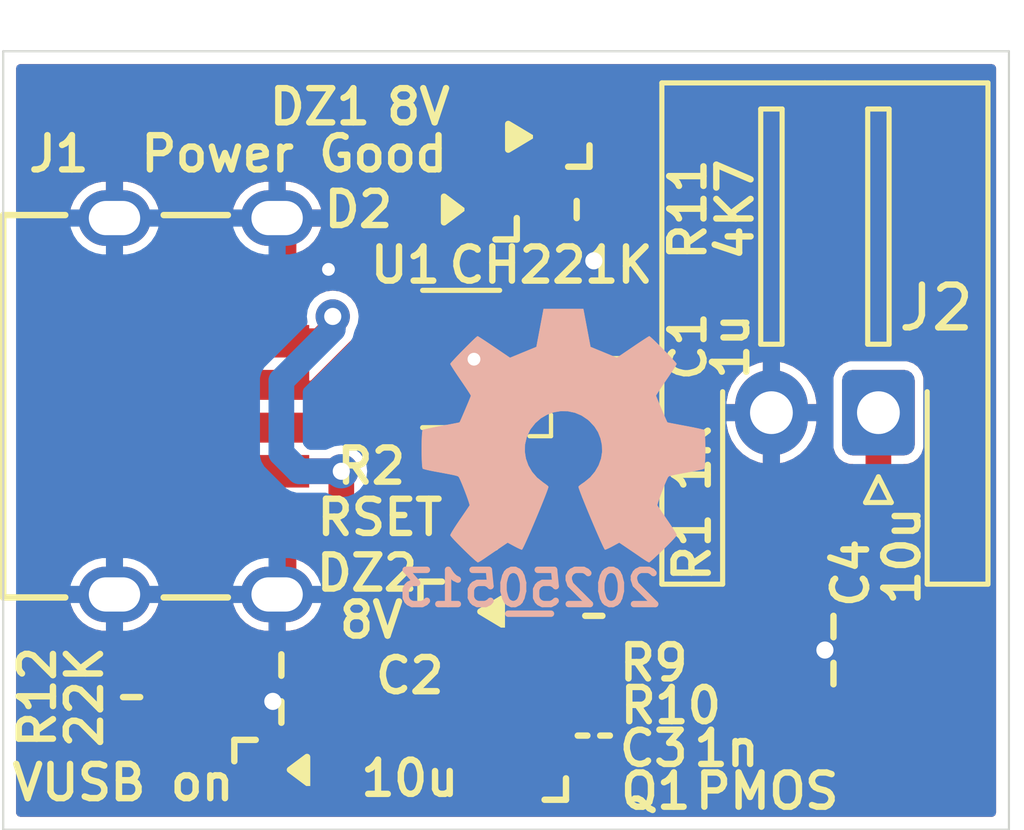
<source format=kicad_pcb>
(kicad_pcb (version 20240108) (generator "pcbnew") (generator_version "8.0")
  (layers (0 "F.Cu" mixed) (31 "B.Cu" mixed) (34 "B.Paste" user) (35 "F.Paste" user) (36 "B.SilkS" user "B.Silkscreen") (37 "F.SilkS" user "F.Silkscreen") (38 "B.Mask" user) (39 "F.Mask" user) (44 "Edge.Cuts" user))
  (net 0 "")
  (net 1 "GND")
  (net 2 "/VDD")
  (net 3 "/VBUS")
  (net 4 "Net-(DZ2-A)")
  (net 5 "/VOUT")
  (net 6 "/PG")
  (net 7 "Net-(DZ1-K)")
  (net 8 "Net-(D2-K)")
  (net 9 "Net-(D3-K)")
  (net 10 "/CC2")
  (net 11 "/CC1")
  (net 12 "Net-(U1-CFG)")
  (footprint "SquantorDiodes:SOD-323-nexperia-hand" (layer "F.Cu") (at 100.15 56.2)
    (property "Reference" "DZ2" (at -2.95 -0.9 0) (layer "F.SilkS") (effects (font (size 0.8 0.8))))
    (property "Value" "8V" (at -2.85 0.2 0) (layer "F.SilkS") (effects (font (size 0.8 0.8))))
    (fp_line (start -1.7 -0.7) (end -1.7 -0.2) (stroke (width 0.15)) (layer "F.SilkS"))
    (fp_line (start -1.7 -0.7) (end -1.2 -0.7) (stroke (width 0.15)) (layer "F.SilkS"))
    (fp_poly (pts (xy -0.3 0) (xy 0.2 -0.3) (xy 0.2 0.3)) (stroke (width 0.15)) (fill solid) (layer "F.SilkS"))
    (pad "1" smd roundrect (at -1.05 0) (size 0.8 0.8) (layers "F.Cu" "F.Paste" "F.Mask") (roundrect_rratio 0.2) (net 3 "/VBUS"))
    (pad "2" smd roundrect (at 1.05 0) (size 0.8 0.8) (layers "F.Cu" "F.Paste" "F.Mask") (roundrect_rratio 0.2) (net 4 "Net-(DZ2-A)"))
  )
  (footprint "SquantorResistor:R_0603_hand" (layer "F.Cu") (at 91.7 58.2 90)
    (property "Reference" "R12" (at 0 -2.2 90) (layer "F.SilkS") (effects (font (size 0.8 0.8))))
    (property "Value" "22K" (at 0 -1.1 90) (layer "F.SilkS") (effects (font (size 0.8 0.8))))
    (fp_line (start 0 -0.2) (end 0 0.2) (stroke (width 0.15)) (layer "F.SilkS"))
    (pad "1" smd roundrect (at -0.85 0 90) (size 0.7 0.9) (layers "F.Cu" "F.Paste" "F.Mask") (roundrect_rratio 0.1428571429) (net 9 "Net-(D3-K)"))
    (pad "2" smd roundrect (at 0.85 0 90) (size 0.7 0.9) (layers "F.Cu" "F.Paste" "F.Mask") (roundrect_rratio 0.1428571429) (net 1 "GND"))
  )
  (footprint "SquantorCapacitor:C_0805+0603" (layer "F.Cu") (at 102.5 50.3 -90)
    (property "Reference" "C1" (at -0.3 -2.2 90) (layer "F.SilkS") (effects (font (size 0.8 0.8))))
    (property "Value" "1u" (at -0.3 -3.2 90) (layer "F.SilkS") (effects (font (size 0.8 0.8))))
    (fp_line (start 0 0.6) (end 0 0.2) (stroke (width 0.15)) (layer "F.SilkS"))
    (fp_line (start 0 -0.6) (end 0 -0.2) (stroke (width 0.15)) (layer "F.SilkS"))
    (pad "1" smd roundrect (at -0.925 0 270) (size 1.15 1.35) (layers "F.Cu" "F.Paste" "F.Mask") (roundrect_rratio 0.2) (net 1 "GND"))
    (pad "2" smd roundrect (at 0.925 0 270) (size 1.15 1.35) (layers "F.Cu" "F.Paste" "F.Mask") (roundrect_rratio 0.2) (net 2 "/VDD"))
  )
  (footprint "SquantorDiodes:SOD-323-nexperia-hand" (layer "F.Cu") (at 100.7 45.1 180)
    (property "Reference" "DZ1" (at 4.6 0.7 0) (layer "F.SilkS") (effects (font (size 0.8 0.8))))
    (property "Value" "8V" (at 2.3 0.7 0) (layer "F.SilkS") (effects (font (size 0.8 0.8))))
    (fp_line (start -1.7 -0.7) (end -1.2 -0.7) (stroke (width 0.15)) (layer "F.SilkS"))
    (fp_line (start -1.7 -0.7) (end -1.7 -0.2) (stroke (width 0.15)) (layer "F.SilkS"))
    (fp_poly (pts (xy -0.3 0) (xy 0.2 -0.3) (xy 0.2 0.3)) (stroke (width 0.15)) (fill solid) (layer "F.SilkS"))
    (pad "1" smd roundrect (at -1.05 0 180) (size 0.8 0.8) (layers "F.Cu" "F.Paste" "F.Mask") (roundrect_rratio 0.2) (net 7 "Net-(DZ1-K)"))
    (pad "2" smd roundrect (at 1.05 0 180) (size 0.8 0.8) (layers "F.Cu" "F.Paste" "F.Mask") (roundrect_rratio 0.2) (net 6 "/PG"))
  )
  (footprint "SquantorCapacitor:C_0603" (layer "F.Cu") (at 102.5 59.1 90)
    (property "Reference" "C3" (at -0.3 1.4 180) (layer "F.SilkS") (effects (font (size 0.8 0.8))))
    (property "Value" "1n" (at -0.3 3.1 180) (layer "F.SilkS") (effects (font (size 0.8 0.8))))
    (fp_line (start 0 -0.15) (end 0 -0.375) (stroke (width 0.15)) (layer "F.SilkS"))
    (fp_line (start 0 0.375) (end 0 0.15) (stroke (width 0.15)) (layer "F.SilkS"))
    (pad "1" smd roundrect (at -0.75 0 90) (size 0.8 0.9) (layers "F.Cu" "F.Paste" "F.Mask") (roundrect_rratio 0.125) (net 5 "/VOUT"))
    (pad "2" smd roundrect (at 0.75 0 90) (size 0.8 0.9) (layers "F.Cu" "F.Paste" "F.Mask") (roundrect_rratio 0.125) (net 4 "Net-(DZ2-A)"))
  )
  (footprint "SquantorDiodes:LED_0603_hand" (layer "F.Cu") (at 99.2 46.8 180)
    (property "Reference" "D2" (at 2.2 0 180) (layer "F.SilkS") (effects (font (size 0.8 0.8))))
    (property "Value" "Power Good" (at 3.7 1.3 0) (layer "F.SilkS") (effects (font (size 0.8 0.8))))
    (fp_line (start -1.5 -0.7) (end -1 -0.7) (stroke (width 0.15)) (layer "F.SilkS"))
    (fp_line (start -1.5 -0.7) (end -1.5 -0.2) (stroke (width 0.15)) (layer "F.SilkS"))
    (fp_poly (pts (xy -0.2 0) (xy 0.2 -0.3) (xy 0.2 0.3)) (stroke (width 0.15)) (fill solid) (layer "F.SilkS"))
    (pad "1" smd roundrect (at -0.85 0 180) (size 0.7 0.9) (layers "F.Cu" "F.Paste" "F.Mask") (roundrect_rratio 0.2) (net 8 "Net-(D2-K)"))
    (pad "2" smd roundrect (at 0.85 0 180) (size 0.7 0.9) (layers "F.Cu" "F.Paste" "F.Mask") (roundrect_rratio 0.2) (net 6 "/PG"))
  )
  (footprint "Connector_JST:JST_XH_S2B-XH-A-1_1x02_P2.50mm_Horizontal" (layer "F.Cu") (at 109.15 51.55 180)
    (property "Reference" "J2" (at -1.35 2.45 0) (layer "F.SilkS"))
    (property "Value" "Conn_01x02")
    (fp_line (start 5.06 7.71) (end 5.06 -4.01) (stroke (width 0.12)) (layer "F.SilkS"))
    (fp_line (start 5.06 -4.01) (end 3.64 -4.01) (stroke (width 0.12)) (layer "F.SilkS"))
    (fp_line (start 3.64 -4.01) (end 3.64 0.49) (stroke (width 0.12)) (layer "F.SilkS"))
    (fp_line (start 2.75 7.1) (end 2.75 1.6) (stroke (width 0.12)) (layer "F.SilkS"))
    (fp_line (start 2.75 1.6) (end 2.25 1.6) (stroke (width 0.12)) (layer "F.SilkS"))
    (fp_line (start 2.25 7.1) (end 2.75 7.1) (stroke (width 0.12)) (layer "F.SilkS"))
    (fp_line (start 2.25 1.6) (end 2.25 7.1) (stroke (width 0.12)) (layer "F.SilkS"))
    (fp_line (start 1.25 7.71) (end 5.06 7.71) (stroke (width 0.12)) (layer "F.SilkS"))
    (fp_line (start 1.25 7.71) (end -2.56 7.71) (stroke (width 0.12)) (layer "F.SilkS"))
    (fp_line (start 0.3 -2.1) (end 0 -1.5) (stroke (width 0.12)) (layer "F.SilkS"))
    (fp_line (start 0.25 7.1) (end 0.25 1.6) (stroke (width 0.12)) (layer "F.SilkS"))
    (fp_line (start 0.25 1.6) (end -0.25 1.6) (stroke (width 0.12)) (layer "F.SilkS"))
    (fp_line (start 0 -1.5) (end -0.3 -2.1) (stroke (width 0.12)) (layer "F.SilkS"))
    (fp_line (start -0.25 7.1) (end 0.25 7.1) (stroke (width 0.12)) (layer "F.SilkS"))
    (fp_line (start -0.25 1.6) (end -0.25 7.1) (stroke (width 0.12)) (layer "F.SilkS"))
    (fp_line (start -0.3 -2.1) (end 0.3 -2.1) (stroke (width 0.12)) (layer "F.SilkS"))
    (fp_line (start -1.14 -4.01) (end -1.14 0.49) (stroke (width 0.12)) (layer "F.SilkS"))
    (fp_line (start -2.56 7.71) (end -2.56 -4.01) (stroke (width 0.12)) (layer "F.SilkS"))
    (fp_line (start -2.56 -4.01) (end -1.14 -4.01) (stroke (width 0.12)) (layer "F.SilkS"))
    (pad "1" thru_hole roundrect (at 0 0 180) (size 1.7 2) (drill 1) (layers "*.Cu" "*.Mask" "In1.Cu" "In2.Cu" "In3.Cu" "In4.Cu" "In5.Cu" "In6.Cu" "In7.Cu" "In8.Cu" "In9.Cu" "In10.Cu" "In11.Cu" "In12.Cu" "In13.Cu" "In14.Cu" "In15.Cu" "In16.Cu" "In17.Cu" "In18.Cu" "In19.Cu" "In20.Cu" "In21.Cu" "In22.Cu" "In23.Cu" "In24.Cu" "In25.Cu" "In26.Cu" "In27.Cu" "In28.Cu" "In29.Cu" "In30.Cu") (roundrect_rratio 0.147059) (net 5 "/VOUT"))
    (pad "2" thru_hole oval (at 2.5 0 180) (size 1.7 2) (drill 1) (layers "*.Cu" "*.Mask" "In1.Cu" "In2.Cu" "In3.Cu" "In4.Cu" "In5.Cu" "In6.Cu" "In7.Cu" "In8.Cu" "In9.Cu" "In10.Cu" "In11.Cu" "In12.Cu" "In13.Cu" "In14.Cu" "In15.Cu" "In16.Cu" "In17.Cu" "In18.Cu" "In19.Cu" "In20.Cu" "In21.Cu" "In22.Cu" "In23.Cu" "In24.Cu" "In25.Cu" "In26.Cu" "In27.Cu" "In28.Cu" "In29.Cu" "In30.Cu") (net 1 "GND"))
  )
  (footprint "SquantorCapacitor:C_1206_0805" (layer "F.Cu") (at 95.2 58 180)
    (property "Reference" "C2" (at -3 0.3 0) (layer "F.SilkS") (effects (font (size 0.8 0.8))))
    (property "Value" "10u" (at -3 -2.1 0) (layer "F.SilkS") (effects (font (size 0.8 0.8))))
    (fp_line (start 0 0.8) (end 0 0.3) (stroke (width 0.15)) (layer "F.SilkS"))
    (fp_line (start 0 -0.8) (end 0 -0.3) (stroke (width 0.15)) (layer "F.SilkS"))
    (pad "1" smd roundrect (at -1.25 0 180) (size 1.5 1.6) (layers "F.Cu" "F.Paste" "F.Mask") (net 3 "/VBUS"))
    (pad "2" smd roundrect (at 1.25 0 180) (size 1.5 1.6) (layers "F.Cu" "F.Paste" "F.Mask") (net 1 "GND"))
  )
  (footprint "SquantorResistor:R_0603_hand" (layer "F.Cu") (at 100.2 54.5 180)
    (property "Reference" "R9" (at -3.7 -2.9 180) (layer "F.SilkS") (effects (font (size 0.8 0.8))))
    (property "Value" "PU")
    (fp_line (start 0 -0.2) (end 0 0.2) (stroke (width 0.15)) (layer "F.SilkS"))
    (pad "1" smd roundrect (at -0.85 0 180) (size 0.7 0.9) (layers "F.Cu" "F.Paste" "F.Mask") (roundrect_rratio 0.1428571429) (net 4 "Net-(DZ2-A)"))
    (pad "2" smd roundrect (at 0.85 0 180) (size 0.7 0.9) (layers "F.Cu" "F.Paste" "F.Mask") (roundrect_rratio 0.1428571429) (net 3 "/VBUS"))
  )
  (footprint "SquantorResistor:R_0603_hand" (layer "F.Cu") (at 102.5 56.3 -90)
    (property "Reference" "R10" (at 2.1 -1.8 0) (layer "F.SilkS") (effects (font (size 0.8 0.8))))
    (property "Value" "PD")
    (fp_line (start 0 -0.2) (end 0 0.2) (stroke (width 0.15)) (layer "F.SilkS"))
    (pad "1" smd roundrect (at -0.85 0 270) (size 0.7 0.9) (layers "F.Cu" "F.Paste" "F.Mask") (roundrect_rratio 0.1428571429) (net 7 "Net-(DZ1-K)"))
    (pad "2" smd roundrect (at 0.85 0 270) (size 0.7 0.9) (layers "F.Cu" "F.Paste" "F.Mask") (roundrect_rratio 0.1428571429) (net 4 "Net-(DZ2-A)"))
  )
  (footprint "SquantorCapacitor:C_1206_0805" (layer "F.Cu") (at 108.1 57.1 180)
    (property "Reference" "C4" (at -0.4 1.8 -90) (layer "F.SilkS") (effects (font (size 0.8 0.8))))
    (property "Value" "10u" (at -1.6 2.2 90) (layer "F.SilkS") (effects (font (size 0.8 0.8))))
    (fp_line (start 0 0.8) (end 0 0.3) (stroke (width 0.15)) (layer "F.SilkS"))
    (fp_line (start 0 -0.8) (end 0 -0.3) (stroke (width 0.15)) (layer "F.SilkS"))
    (pad "1" smd roundrect (at -1.25 0 180) (size 1.5 1.6) (layers "F.Cu" "F.Paste" "F.Mask") (net 5 "/VOUT"))
    (pad "2" smd roundrect (at 1.25 0 180) (size 1.5 1.6) (layers "F.Cu" "F.Paste" "F.Mask") (net 1 "GND"))
  )
  (footprint "SquantorUsb:USB-C-HRO-31-M-17_aisler" (layer "F.Cu") (at 95.25 51.4 -90)
    (property "Reference" "J1" (at -5.9 5.25 180) (layer "F.SilkS") (effects (font (size 0.8 0.8))))
    (property "Value" "USB-C_PD")
    (fp_line (start -4.47 6.55) (end 4.47 6.55) (stroke (width 0.15)) (layer "F.SilkS"))
    (fp_line (start -4.47 6.55) (end -4.47 5.1) (stroke (width 0.15)) (layer "F.SilkS"))
    (fp_line (start 4.47 6.55) (end 4.47 5.1) (stroke (width 0.15)) (layer "F.SilkS"))
    (fp_line (start -4.47 2.8) (end -4.47 1.3) (stroke (width 0.15)) (layer "F.SilkS"))
    (fp_line (start 4.47 2.8) (end 4.47 1.3) (stroke (width 0.15)) (layer "F.SilkS"))
    (pad "A5" smd rect (at -0.5 0 270) (size 0.7 1.2) (layers "F.Cu" "F.Paste" "F.Mask") (net 11 "/CC1"))
    (pad "A9" smd rect (at 1.52 0 270) (size 0.76 1.2) (layers "F.Cu" "F.Paste" "F.Mask") (net 3 "/VBUS"))
    (pad "A12" smd rect (at 2.75 0 270) (size 0.8 1.2) (layers "F.Cu" "F.Paste" "F.Mask") (net 1 "GND"))
    (pad "B5" smd rect (at 0.5 0 270) (size 0.7 1.2) (layers "F.Cu" "F.Paste" "F.Mask") (net 10 "/CC2"))
    (pad "B9" smd rect (at -1.52 0 270) (size 0.76 1.2) (layers "F.Cu" "F.Paste" "F.Mask") (net 3 "/VBUS"))
    (pad "B12" smd rect (at -2.75 0 270) (size 0.8 1.2) (layers "F.Cu" "F.Paste" "F.Mask") (net 1 "GND"))
    (pad "S" thru_hole oval (at -4.4 0.15 270) (size 1.3 1.7) (drill oval 0.8 1.2) (layers "*.Cu" "*.Mask" "In1.Cu" "In2.Cu" "In3.Cu" "In4.Cu" "In5.Cu" "In6.Cu" "In7.Cu" "In8.Cu" "In9.Cu" "In10.Cu" "In11.Cu" "In12.Cu" "In13.Cu" "In14.Cu" "In15.Cu" "In16.Cu" "In17.Cu" "In18.Cu" "In19.Cu" "In20.Cu" "In21.Cu" "In22.Cu" "In23.Cu" "In24.Cu" "In25.Cu" "In26.Cu" "In27.Cu" "In28.Cu" "In29.Cu" "In30.Cu") (net 1 "GND"))
    (pad "S" thru_hole oval (at -4.4 3.95 270) (size 1.3 1.7) (drill oval 0.8 1.2) (layers "*.Cu" "*.Mask" "In1.Cu" "In2.Cu" "In3.Cu" "In4.Cu" "In5.Cu" "In6.Cu" "In7.Cu" "In8.Cu" "In9.Cu" "In10.Cu" "In11.Cu" "In12.Cu" "In13.Cu" "In14.Cu" "In15.Cu" "In16.Cu" "In17.Cu" "In18.Cu" "In19.Cu" "In20.Cu" "In21.Cu" "In22.Cu" "In23.Cu" "In24.Cu" "In25.Cu" "In26.Cu" "In27.Cu" "In28.Cu" "In29.Cu" "In30.Cu") (net 1 "GND"))
    (pad "S" thru_hole oval (at 4.4 0.15 270) (size 1.3 1.7) (drill oval 0.8 1.2) (layers "*.Cu" "*.Mask" "In1.Cu" "In2.Cu" "In3.Cu" "In4.Cu" "In5.Cu" "In6.Cu" "In7.Cu" "In8.Cu" "In9.Cu" "In10.Cu" "In11.Cu" "In12.Cu" "In13.Cu" "In14.Cu" "In15.Cu" "In16.Cu" "In17.Cu" "In18.Cu" "In19.Cu" "In20.Cu" "In21.Cu" "In22.Cu" "In23.Cu" "In24.Cu" "In25.Cu" "In26.Cu" "In27.Cu" "In28.Cu" "In29.Cu" "In30.Cu") (net 1 "GND"))
    (pad "S" thru_hole oval (at 4.4 3.95 270) (size 1.3 1.7) (drill oval 0.8 1.2) (layers "*.Cu" "*.Mask" "In1.Cu" "In2.Cu" "In3.Cu" "In4.Cu" "In5.Cu" "In6.Cu" "In7.Cu" "In8.Cu" "In9.Cu" "In10.Cu" "In11.Cu" "In12.Cu" "In13.Cu" "In14.Cu" "In15.Cu" "In16.Cu" "In17.Cu" "In18.Cu" "In19.Cu" "In20.Cu" "In21.Cu" "In22.Cu" "In23.Cu" "In24.Cu" "In25.Cu" "In26.Cu" "In27.Cu" "In28.Cu" "In29.Cu" "In30.Cu") (net 1 "GND"))
  )
  (footprint "SquantorDiodes:LED_0603_hand" (layer "F.Cu") (at 95.6 59.9)
    (property "Reference" "D3")
    (property "Value" "VUSB on" (at -4.1 0.3 0) (layer "F.SilkS") (effects (font (size 0.8 0.8))))
    (fp_line (start -1.5 -0.7) (end -1.5 -0.2) (stroke (width 0.15)) (layer "F.SilkS"))
    (fp_line (start -1.5 -0.7) (end -1 -0.7) (stroke (width 0.15)) (layer "F.SilkS"))
    (fp_poly (pts (xy -0.2 0) (xy 0.2 -0.3) (xy 0.2 0.3)) (stroke (width 0.15)) (fill solid) (layer "F.SilkS"))
    (pad "1" smd roundrect (at -0.85 0) (size 0.7 0.9) (layers "F.Cu" "F.Paste" "F.Mask") (roundrect_rratio 0.2) (net 9 "Net-(D3-K)"))
    (pad "2" smd roundrect (at 0.85 0) (size 0.7 0.9) (layers "F.Cu" "F.Paste" "F.Mask") (roundrect_rratio 0.2) (net 3 "/VBUS"))
  )
  (footprint "SquantorIC:SOT23-3" (layer "F.Cu") (at 100.05 58.9 180)
    (property "Reference" "Q1" (at -3.9 -1.5 0) (layer "F.SilkS") (effects (font (size 0.8 0.8))))
    (property "Value" "PMOS" (at -6.5 -1.5 0) (layer "F.SilkS") (effects (font (size 0.8 0.8))))
    (fp_line (start -1.3 -1.7) (end -1.8 -1.7) (stroke (width 0.1)) (layer "F.SilkS"))
    (fp_line (start -1.8 -1.7) (end -1.3 -1.7) (stroke (width 0.15)) (layer "F.SilkS"))
    (fp_line (start -1.8 -1.7) (end -1.8 -1.2) (stroke (width 0.15)) (layer "F.SilkS"))
    (pad "1" smd roundrect (at -1 -0.95 90) (size 0.8 0.9) (layers "F.Cu" "F.Paste" "F.Mask") (roundrect_rratio 0.2) (net 5 "/VOUT"))
    (pad "2" smd roundrect (at -1 0.95 90) (size 0.8 0.9) (layers "F.Cu" "F.Paste" "F.Mask") (roundrect_rratio 0.2) (net 4 "Net-(DZ2-A)"))
    (pad "3" smd roundrect (at 1 0 90) (size 0.8 0.9) (layers "F.Cu" "F.Paste" "F.Mask") (roundrect_rratio 0.2) (net 3 "/VBUS"))
  )
  (footprint "SquantorIC:SOT23-6-HAND" (layer "F.Cu") (at 99.4 50.3 180)
    (property "Reference" "U1" (at 1.3 2.2 0) (layer "F.SilkS") (effects (font (size 0.8 0.8))))
    (property "Value" "CH221K" (at -2.1 2.2 0) (layer "F.SilkS") (effects (font (size 0.8 0.8))))
    (fp_line (start 0.9 -1.6) (end -0.9 -1.6) (stroke (width 0.12)) (layer "F.SilkS"))
    (fp_line (start -0.9 1.61) (end 0.9 1.61) (stroke (width 0.12)) (layer "F.SilkS"))
    (fp_line (start -2.1 -1.8) (end -1.6 -1.8) (stroke (width 0.1)) (layer "F.SilkS"))
    (fp_line (start -2.1 -1.8) (end -2.1 -1.3) (stroke (width 0.1)) (layer "F.SilkS"))
    (pad "1" smd roundrect (at -1.2 -0.95 180) (size 1.2 0.65) (layers "F.Cu" "F.Paste" "F.Mask") (roundrect_rratio 0.2) (net 2 "/VDD"))
    (pad "2" smd roundrect (at -1.2 0 180) (size 1.2 0.65) (layers "F.Cu" "F.Paste" "F.Mask") (roundrect_rratio 0.2) (net 1 "GND"))
    (pad "3" smd roundrect (at -1.2 0.95 180) (size 1.2 0.65) (layers "F.Cu" "F.Paste" "F.Mask") (roundrect_rratio 0.2) (net 6 "/PG"))
    (pad "4" smd roundrect (at 1.2 0.95 180) (size 1.2 0.65) (layers "F.Cu" "F.Paste" "F.Mask") (roundrect_rratio 0.2) (net 11 "/CC1"))
    (pad "5" smd roundrect (at 1.2 0 180) (size 1.2 0.65) (layers "F.Cu" "F.Paste" "F.Mask") (roundrect_rratio 0.2) (net 10 "/CC2"))
    (pad "6" smd roundrect (at 1.2 -0.95 180) (size 1.2 0.65) (layers "F.Cu" "F.Paste" "F.Mask") (roundrect_rratio 0.2) (net 12 "Net-(U1-CFG)"))
  )
  (footprint "SquantorResistor:R_0603_hand" (layer "F.Cu") (at 102.5 53.5 90)
    (property "Reference" "R1" (at -1.2 2.3 90) (layer "F.SilkS") (effects (font (size 0.8 0.8))))
    (property "Value" "1K" (at 0.9 2.3 90) (layer "F.SilkS") (effects (font (size 0.8 0.8))))
    (fp_line (start 0 -0.2) (end 0 0.2) (stroke (width 0.15)) (layer "F.SilkS"))
    (pad "1" smd roundrect (at -0.85 0 90) (size 0.7 0.9) (layers "F.Cu" "F.Paste" "F.Mask") (roundrect_rratio 0.1428571429) (net 3 "/VBUS"))
    (pad "2" smd roundrect (at 0.85 0 90) (size 0.7 0.9) (layers "F.Cu" "F.Paste" "F.Mask") (roundrect_rratio 0.1428571429) (net 2 "/VDD"))
  )
  (footprint "SquantorResistor:R_0603_hand" (layer "F.Cu") (at 99.4 52.8)
    (property "Reference" "R2" (at -2.1 0 0) (layer "F.SilkS") (effects (font (size 0.8 0.8))))
    (property "Value" "RSET" (at -1.9 1.2 0) (layer "F.SilkS") (effects (font (size 0.8 0.8))))
    (fp_line (start 0 -0.2) (end 0 0.2) (stroke (width 0.15)) (layer "F.SilkS"))
    (pad "1" smd roundrect (at -0.85 0) (size 0.7 0.9) (layers "F.Cu" "F.Paste" "F.Mask") (roundrect_rratio 0.1428571429) (net 12 "Net-(U1-CFG)"))
    (pad "2" smd roundrect (at 0.85 0) (size 0.7 0.9) (layers "F.Cu" "F.Paste" "F.Mask") (roundrect_rratio 0.1428571429) (net 2 "/VDD"))
  )
  (footprint "SquantorResistor:R_0603_hand" (layer "F.Cu") (at 102.1 46.8 180)
    (property "Reference" "R11" (at -2.6 0 90) (layer "F.SilkS") (effects (font (size 0.8 0.8))))
    (property "Value" "4K7" (at -3.7 0 90) (layer "F.SilkS") (effects (font (size 0.8 0.8))))
    (fp_line (start 0 -0.2) (end 0 0.2) (stroke (width 0.15)) (layer "F.SilkS"))
    (pad "1" smd roundrect (at -0.85 0 180) (size 0.7 0.9) (layers "F.Cu" "F.Paste" "F.Mask") (roundrect_rratio 0.1428571429) (net 2 "/VDD"))
    (pad "2" smd roundrect (at 0.85 0 180) (size 0.7 0.9) (layers "F.Cu" "F.Paste" "F.Mask") (roundrect_rratio 0.1428571429) (net 8 "Net-(D2-K)"))
  )
  (footprint "SquantorLabels:Label_Generic" (layer "B.Cu") (at 101 55.65 180)
    (property "Reference" "N1" (hide yes))
    (property "Value" "20250513" (at 0 -0.0125 0) (layer "B.SilkS") (effects (font (size 0.8 0.8)) (justify mirror)))
    (fp_line (start 0.5 -0.6) (end -0.5 -0.6) (stroke (width 0.15)) (layer "B.SilkS"))
  )
  (footprint "Symbol:OSHW-Symbol_6.7x6mm_SilkScreen" (layer "B.Cu") (at 101.8 52.1 180)
    (property "Reference" "N2" (hide yes))
    (property "Value" "OHWLOGO" (hide yes))
    (fp_poly (pts (xy 0.555814 2.531069) (xy 0.639635 2.086445) (xy 0.94892 1.958947) (xy 1.258206 1.831449) (xy 1.629246 2.083754) (xy 1.733157 2.154004) (xy 1.827087 2.216728) (xy 1.906652 2.269062) (xy 1.96747 2.308143) (xy 2.005157 2.331107) (xy 2.015421 2.336058) (xy 2.03391 2.323324) (xy 2.07342 2.288118) (xy 2.129522 2.234938) (xy 2.197787 2.168282) (xy 2.273786 2.092646) (xy 2.353092 2.012528) (xy 2.431275 1.932426) (xy 2.503907 1.856836) (xy 2.566559 1.790255) (xy 2.614803 1.737182) (xy 2.64421 1.702113) (xy 2.651241 1.690377) (xy 2.641123 1.66874) (xy 2.612759 1.621338) (xy 2.569129 1.552807) (xy 2.513218 1.467785) (xy 2.448006 1.370907) (xy 2.410219 1.31565) (xy 2.341343 1.214752) (xy 2.28014 1.123701) (xy 2.229578 1.04703) (xy 2.192628 0.989272) (xy 2.172258 0.954957) (xy 2.169197 0.947746) (xy 2.176136 0.927252) (xy 2.195051 0.879487) (xy 2.223087 0.811168) (xy 2.257391 0.729011) (xy 2.295109 0.63973) (xy 2.333387 0.550042) (xy 2.36937 0.466662) (xy 2.400206 0.396306) (xy 2.423039 0.34569) (xy 2.435017 0.321529) (xy 2.435724 0.320578) (xy 2.454531 0.315964) (xy 2.504618 0.305672) (xy 2.580793 0.290713) (xy 2.677865 0.272099) (xy 2.790643 0.250841) (xy 2.856442 0.238582) (xy 2.97695 0.215638) (xy 3.085797 0.193805) (xy 3.177476 0.174278) (xy 3.246481 0.158252) (xy 3.287304 0.146921) (xy 3.295511 0.143326) (xy 3.303548 0.118994) (xy 3.310033 0.064041) (xy 3.31497 -0.015108) (xy 3.318364 -0.112026) (xy 3.320218 -0.220287) (xy 3.320538 -0.333465) (xy 3.319327 -0.445135) (xy 3.31659 -0.548868) (xy 3.312331 -0.638241) (xy 3.306555 -0.706826) (xy 3.299267 -0.748197) (xy 3.294895 -0.75681) (xy 3.268764 -0.767133) (xy 3.213393 -0.781892) (xy 3.136107 -0.799352) (xy 3.04423 -0.81778) (xy 3.012158 -0.823741) (xy 2.857524 -0.852066) (xy 2.735375 -0.874876) (xy 2.641673 -0.89308) (xy 2.572384 -0.907583) (xy 2.523471 -0.919292) (xy 2.490897 -0.929115) (xy 2.470628 -0.937956) (xy 2.458626 -0.946724) (xy 2.456947 -0.948457) (xy 2.440184 -0.976371) (xy 2.414614 -1.030695) (xy 2.382788 -1.104777) (xy 2.34726 -1.191965) (xy 2.310583 -1.285608) (xy 2.275311 -1.379052) (xy 2.243996 -1.465647) (xy 2.219193 -1.53874) (xy 2.203454 -1.591678) (xy 2.199332 -1.617811) (xy 2.199676 -1.618726) (xy 2.213641 -1.640086) (xy 2.245322 -1.687084) (xy 2.291391 -1.754827) (xy 2.348518 -1.838423) (xy 2.413373 -1.932982) (xy 2.431843 -1.959854) (xy 2.497699 -2.057275) (xy 2.55565 -2.146163) (xy 2.602538 -2.221412) (xy 2.635207 -2.27792) (xy 2.6505 -2.310581) (xy 2.651241 -2.314593) (xy 2.638392 -2.335684) (xy 2.602888 -2.377464) (xy 2.549293 -2.435445) (xy 2.482171 -2.505135) (xy 2.406087 -2.582045) (xy 2.325604 -2.661683) (xy 2.245287 -2.739561) (xy 2.169699 -2.811186) (xy 2.103405 -2.87207) (xy 2.050969 -2.917721) (xy 2.016955 -2.94365) (xy 2.007545 -2.947883) (xy 1.985643 -2.937912) (xy 1.9408 -2.91102) (xy 1.880321 -2.871736) (xy 1.833789 -2.840117) (xy 1.749475 -2.782098) (xy 1.649626 -2.713784) (xy 1.549473 -2.645579) (xy 1.495627 -2.609075) (xy 1.313371 -2.4858) (xy 1.160381 -2.56852) (xy 1.090682 -2.604759) (xy 1.031414 -2.632926) (xy 0.991311 -2.648991) (xy 0.981103 -2.651226) (xy 0.968829 -2.634722) (xy 0.944613 -2.588082) (xy 0.910263 -2.515609) (xy 0.867588 -2.421606) (xy 0.818394 -2.310374) (xy 0.76449 -2.186215) (xy 0.707684 -2.053432) (xy 0.649782 -1.916327) (xy 0.592593 -1.779202) (xy 0.537924 -1.646358) (xy 0.487584 -1.522098) (xy 0.44338 -1.410725) (xy 0.407119 -1.316539) (xy 0.380609 -1.243844) (xy 0.365658 -1.196941) (xy 0.363254 -1.180833) (xy 0.382311 -1.160286) (xy 0.424036 -1.126933) (xy 0.479706 -1.087702) (xy 0.484378 -1.084599) (xy 0.628264 -0.969423) (xy 0.744283 -0.835053) (xy 0.83143 -0.685784) (xy 0.888699 -0.525913) (xy 0.915086 -0.359737) (xy 0.909585 -0.191552) (xy 0.87119 -0.025655) (xy 0.798895 0.133658) (xy 0.777626 0.168513) (xy 0.666996 0.309263) (xy 0.536302 0.422286) (xy 0.390064 0.506997) (xy 0.232808 0.562806) (xy 0.069057 0.589126) (xy -0.096667 0.58537) (xy -0.259838 0.55095) (xy -0.415935 0.485277) (xy -0.560433 0.387765) (xy -0.605131 0.348187) (xy -0.718888 0.224297) (xy -0.801782 0.093876) (xy -0.858644 -0.052315) (xy -0.890313 -0.197088) (xy -0.898131 -0.35986) (xy -0.872062 -0.52344) (xy -0.814755 -0.682298) (xy -0.728856 -0.830906) (xy -0.617014 -0.963735) (xy -0.481877 -1.075256) (xy -0.464117 -1.087011) (xy -0.40785 -1.125508) (xy -0.365077 -1.158863) (xy -0.344628 -1.18016) (xy -0.344331 -1.180833) (xy -0.348721 -1.203871) (xy -0.366124 -1.256157) (xy -0.394732 -1.33339) (xy -0.432735 -1.431268) (xy -0.478326 -1.545491) (xy -0.529697 -1.671758) (xy -0.585038 -1.805767) (xy -0.642542 -1.943218) (xy -0.700399 -2.079808) (xy -0.756802 -2.211237) (xy -0.809942 -2.333205) (xy -0.85801 -2.441409) (xy -0.899199 -2.531549) (xy -0.931699 -2.599323) (xy -0.953703 -2.64043) (xy -0.962564 -2.651226) (xy -0.98964 -2.642819) (xy -1.040303 -2.620272) (xy -1.105817 -2.587613) (xy -1.141841 -2.56852) (xy -1.294832 -2.4858) (xy -1.477088 -2.609075) (xy -1.570125 -2.672228) (xy -1.671985 -2.741727) (xy -1.767438 -2.807165) (xy -1.81525 -2.840117) (xy -1.882495 -2.885273) (xy -1.939436 -2.921057) (xy -1.978646 -2.942938) (xy -1.991381 -2.947563) (xy -2.009917 -2.935085) (xy -2.050941 -2.900252) (xy -2.110475 -2.846678) (xy -2.184542 -2.777983) (xy -2.269165 -2.697781) (xy -2.322685 -2.646286) (xy -2.416319 -2.554286) (xy -2.497241 -2.471999) (xy -2.562177 -2.402945) (xy -2.607858 -2.350644) (xy -2.631011 -2.318616) (xy -2.633232 -2.312116) (xy -2.622924 -2.287394) (xy -2.594439 -2.237405) (xy -2.550937 -2.167212) (xy -2.495577 -2.081875) (xy -2.43152 -1.986456) (xy -2.413303 -1.959854) (xy -2.346927 -1.863167) (xy -2.287378 -1.776117) (xy -2.237984 -1.703595) (xy -2.202075 -1.650493) (xy -2.182981 -1.621703) (xy -2.181136 -1.618726) (xy -2.183895 -1.595782) (xy -2.198538 -1.545336) (xy -2.222513 -1.474041) (xy -2.253266 -1.388547) (xy -2.288244 -1.295507) (xy -2.324893 -1.201574) (xy -2.360661 -1.113399) (xy -2.392994 -1.037634) (xy -2.419338 -0.980931) (xy -2.437142 -0.949943) (xy -2.438407 -0.948457) (xy -2.449294 -0.939601) (xy -2.467682 -0.930843) (xy -2.497606 -0.921277) (xy -2.543103 -0.909996) (xy -2.608209 -0.896093) (xy -2.696961 -0.878663) (xy -2.813393 -0.856798) (xy -2.961542 -0.829591) (xy -2.993618 -0.823741) (xy -3.088686 -0.805374) (xy -3.171565 -0.787405) (xy -3.23493 -0.771569) (xy -3.271458 -0.7596) (xy -3.276356 -0.75681) (xy -3.284427 -0.732072) (xy -3.290987 -0.67679) (xy -3.296033 -0.597389) (xy -3.299559 -0.500296) (xy -3.301561 -0.391938) (xy -3.302036 -0.27874) (xy -3.300977 -0.167128) (xy -3.298382 -0.063529) (xy -3.294246 0.025632) (xy -3.288563 0.093928) (xy -3.281331 0.134934) (xy -3.276971 0.143326) (xy -3.252698 0.151792) (xy -3.197426 0.165565) (xy -3.116662 0.18345) (xy -3.015912 0.204252) (xy -2.900683 0.226777) (xy -2.837902 0.238582) (xy -2.718787 0.260849) (xy -2.612565 0.281021) (xy -2.524427 0.298085) (xy -2.459566 0.311031) (xy -2.423174 0.318845) (xy -2.417184 0.320578) (xy -2.407061 0.34011) (xy -2.385662 0.387157) (xy -2.355839 0.454997) (xy -2.320445 0.536909) (xy -2.282332 0.626172) (xy -2.244353 0.716065) (xy -2.20936 0.799865) (xy -2.180206 0.870853) (xy -2.159743 0.922306) (xy -2.150823 0.947503) (xy -2.150657 0.948604) (xy -2.160769 0.968481) (xy -2.189117 1.014223) (xy -2.232723 1.081283) (xy -2.288606 1.165116) (xy -2.353787 1.261174) (xy -2.391679 1.31635) (xy -2.460725 1.417519) (xy -2.52205 1.50937) (xy -2.572663 1.587256) (xy -2.609571 1.646531) (xy -2.629782 1.682549) (xy -2.632701 1.690623) (xy -2.620153 1.709416) (xy -2.585463 1.749543) (xy -2.533063 1.806507) (xy -2.467384 1.875815) (xy -2.392856 1.952969) (xy -2.313913 2.033475) (xy -2.234983 2.112837) (xy -2.1605 2.18656) (xy -2.094894 2.250148) (xy -2.042596 2.299106) (xy -2.008039 2.328939) (xy -1.996478 2.336058) (xy -1.977654 2.326047) (xy -1.932631 2.297922) (xy -1.865787 2.254546) (xy -1.781499 2.198782) (xy -1.684144 2.133494) (xy -1.610707 2.083754) (xy -1.239667 1.831449) (xy -0.621095 2.086445) (xy -0.537275 2.531069) (xy -0.453454 2.975693) (xy 0.471994 2.975693) (xy 0.555814 2.531069)) (stroke (width 0.01)) (fill solid) (layer "B.SilkS"))
  )
  (gr_line (start 112.2 43.1) (end 112.2 61.3) (stroke (width 0.05)) (layer "Edge.Cuts"))
  (gr_line (start 112.2 61.3) (end 88.7 61.3) (stroke (width 0.05)) (layer "Edge.Cuts"))
  (gr_line (start 88.7 61.3) (end 88.7 43.1) (stroke (width 0.05)) (layer "Edge.Cuts"))
  (gr_line (start 88.7 43.1) (end 112.2 43.1) (stroke (width 0.05)) (layer "Edge.Cuts"))
  (segment (start 95.25 48.65) (end 95.25 47.15) (width 0.6) (layer "F.Cu") (net 1))
  (segment (start 101.6 50.3) (end 101.65 50.25) (width 0.4) (layer "F.Cu") (net 1))
  (segment (start 101.65 50.25) (end 102.5 50.25) (width 0.4) (layer "F.Cu") (net 1))
  (segment (start 95.25 54.15) (end 95.25 55.65) (width 0.6) (layer "F.Cu") (net 1))
  (segment (start 95.25 55.65) (end 95.1 55.8) (width 0.6) (layer "F.Cu") (net 1))
  (segment (start 95.25 47.15) (end 95.1 47) (width 0.6) (layer "F.Cu") (net 1))
  (segment (start 100.6 50.3) (end 101.6 50.3) (width 0.4) (layer "F.Cu") (net 1))
  (segment (start 102.5 50.25) (end 102.5 49.375) (width 0.4) (layer "F.Cu") (net 1))
  (via (at 99.7 50.3) (size 0.7) (drill 0.3) (layers "F.Cu" "B.Cu") (net 1))
  (via (at 96.3 48.2) (size 0.7) (drill 0.3) (layers "F.Cu" "B.Cu") (net 1))
  (via (at 95 58.3) (size 0.8) (drill 0.4) (layers "F.Cu" "B.Cu") (net 1))
  (via (at 102.5 48) (size 0.8) (drill 0.4) (layers "F.Cu" "B.Cu") (net 1))
  (via (at 107.9 57.1) (size 0.8) (drill 0.4) (layers "F.Cu" "B.Cu") (net 1))
  (segment (start 101.15 52.65) (end 102.5 52.65) (width 0.4) (layer "F.Cu") (net 2))
  (segment (start 103.7 47) (end 103.7 50.9) (width 0.2) (layer "F.Cu") (net 2))
  (segment (start 101.65 51.25) (end 100.6 51.25) (width 0.4) (layer "F.Cu") (net 2))
  (segment (start 103.7 50.9) (end 103.375 51.225) (width 0.2) (layer "F.Cu") (net 2))
  (segment (start 103.375 51.225) (end 102.5 51.225) (width 0.2) (layer "F.Cu") (net 2))
  (segment (start 103.5 46.8) (end 103.7 47) (width 0.2) (layer "F.Cu") (net 2))
  (segment (start 102.5 51.225) (end 101.675 51.225) (width 0.4) (layer "F.Cu") (net 2))
  (segment (start 101 52.8) (end 101.15 52.65) (width 0.4) (layer "F.Cu") (net 2))
  (segment (start 102.95 46.8) (end 103.5 46.8) (width 0.2) (layer "F.Cu") (net 2))
  (segment (start 101.675 51.225) (end 101.65 51.25) (width 0.4) (layer "F.Cu") (net 2))
  (segment (start 102.5 52.65) (end 102.5 51.225) (width 0.4) (layer "F.Cu") (net 2))
  (segment (start 100.25 52.8) (end 101 52.8) (width 0.4) (layer "F.Cu") (net 2))
  (segment (start 99.35 55.25) (end 99.1 55.5) (width 0.4) (layer "F.Cu") (net 3))
  (segment (start 96.6 57.85) (end 96.45 58) (width 0.6) (layer "F.Cu") (net 3))
  (segment (start 99.05 58.9) (end 99.05 57.25) (width 0.4) (layer "F.Cu") (net 3))
  (segment (start 99.05 57.25) (end 99.1 57.2) (width 0.4) (layer "F.Cu") (net 3))
  (segment (start 97.5 58) (end 96.45 58) (width 0.6) (layer "F.Cu") (net 3))
  (segment (start 96.1 49.88) (end 95.25 49.88) (width 0.6) (layer "F.Cu") (net 3))
  (segment (start 96.6 52.92) (end 96.6 57.85) (width 0.6) (layer "F.Cu") (net 3))
  (segment (start 101.55 53.65) (end 102.25 54.35) (width 0.4) (layer "F.Cu") (net 3))
  (segment (start 99.1 55.5) (end 99.1 56.2) (width 0.4) (layer "F.Cu") (net 3))
  (segment (start 98.4 58.9) (end 97.5 58) (width 0.6) (layer "F.Cu") (net 3))
  (segment (start 99.35 53.85) (end 99.55 53.65) (width 0.4) (layer "F.Cu") (net 3))
  (segment (start 96.45 58) (end 96.45 59.9) (width 0.6) (layer "F.Cu") (net 3))
  (segment (start 99.05 58.9) (end 98.4 58.9) (width 0.6) (layer "F.Cu") (net 3))
  (segment (start 99.35 54.5) (end 99.35 53.85) (width 0.4) (layer "F.Cu") (net 3))
  (segment (start 99.35 54.5) (end 99.35 55.25) (width 0.4) (layer "F.Cu") (net 3))
  (segment (start 99.1 57.2) (end 99.1 56.2) (width 0.4) (layer "F.Cu") (net 3))
  (segment (start 96.4 49.3) (end 96.4 49.58) (width 0.6) (layer "F.Cu") (net 3))
  (segment (start 99.55 53.65) (end 101.55 53.65) (width 0.4) (layer "F.Cu") (net 3))
  (segment (start 102.25 54.35) (end 102.5 54.35) (width 0.4) (layer "F.Cu") (net 3))
  (segment (start 96.4 49.58) (end 96.1 49.88) (width 0.6) (layer "F.Cu") (net 3))
  (segment (start 96.6 52.92) (end 95.25 52.92) (width 0.6) (layer "F.Cu") (net 3))
  (via (at 96.4 49.3) (size 0.8) (drill 0.4) (layers "F.Cu" "B.Cu") (net 3))
  (via (at 96.6 52.92) (size 0.8) (drill 0.4) (layers "F.Cu" "B.Cu") (net 3))
  (segment (start 96.6 52.92) (end 95.62 52.92) (width 0.6) (layer "B.Cu") (net 3))
  (segment (start 95.2 50.8) (end 96.4 49.6) (width 0.6) (layer "B.Cu") (net 3))
  (segment (start 96.4 49.6) (end 96.4 49.3) (width 0.6) (layer "B.Cu") (net 3))
  (segment (start 95.62 52.92) (end 95.2 52.5) (width 0.6) (layer "B.Cu") (net 3))
  (segment (start 95.2 52.5) (end 95.2 50.8) (width 0.6) (layer "B.Cu") (net 3))
  (segment (start 101.05 55.15) (end 101.2 55.3) (width 0.2) (layer "F.Cu") (net 4))
  (segment (start 101.05 57.95) (end 101.55 57.95) (width 0.2) (layer "F.Cu") (net 4))
  (segment (start 101.2 56.8) (end 101.55 57.15) (width 0.2) (layer "F.Cu") (net 4))
  (segment (start 102.5 58.35) (end 102.5 57.15) (width 0.2) (layer "F.Cu") (net 4))
  (segment (start 101.55 57.15) (end 102.5 57.15) (width 0.2) (layer "F.Cu") (net 4))
  (segment (start 101.2 56.2) (end 101.2 56.8) (width 0.2) (layer "F.Cu") (net 4))
  (segment (start 101.95 58.35) (end 102.5 58.35) (width 0.2) (layer "F.Cu") (net 4))
  (segment (start 101.2 55.3) (end 101.2 56.2) (width 0.2) (layer "F.Cu") (net 4))
  (segment (start 101.55 57.95) (end 101.95 58.35) (width 0.2) (layer "F.Cu") (net 4))
  (segment (start 101.05 54.5) (end 101.05 55.15) (width 0.2) (layer "F.Cu") (net 4))
  (segment (start 101.05 59.85) (end 102.5 59.85) (width 0.6) (layer "F.Cu") (net 5))
  (segment (start 102.5 59.85) (end 108.55 59.85) (width 0.6) (layer "F.Cu") (net 5))
  (segment (start 109.35 57.1) (end 109.35 54.55) (width 0.6) (layer "F.Cu") (net 5))
  (segment (start 108.55 59.85) (end 109.35 59.05) (width 0.6) (layer "F.Cu") (net 5))
  (segment (start 109.15 54.45) (end 109.15 51.55) (width 0.6) (layer "F.Cu") (net 5))
  (segment (start 109.2 54.5) (end 109.15 54.45) (width 0.6) (layer "F.Cu") (net 5))
  (segment (start 109.35 59.05) (end 109.35 57.1) (width 0.6) (layer "F.Cu") (net 5))
  (segment (start 109.35 54.55) (end 109.3 54.5) (width 0.6) (layer "F.Cu") (net 5))
  (segment (start 109.3 54.5) (end 109.2 54.5) (width 0.6) (layer "F.Cu") (net 5))
  (segment (start 98.35 45.85) (end 99.1 45.1) (width 0.2) (layer "F.Cu") (net 6))
  (segment (start 100.6 49.35) (end 100.6 48.4) (width 0.2) (layer "F.Cu") (net 6))
  (segment (start 98.35 47.45) (end 98.35 46.8) (width 0.2) (layer "F.Cu") (net 6))
  (segment (start 100 47.8) (end 98.7 47.8) (width 0.2) (layer "F.Cu") (net 6))
  (segment (start 99.1 45.1) (end 99.65 45.1) (width 0.2) (layer "F.Cu") (net 6))
  (segment (start 98.7 47.8) (end 98.35 47.45) (width 0.2) (layer "F.Cu") (net 6))
  (segment (start 98.35 46.8) (end 98.35 45.85) (width 0.2) (layer "F.Cu") (net 6))
  (segment (start 100.6 48.4) (end 100 47.8) (width 0.2) (layer "F.Cu") (net 6))
  (segment (start 103.475 55.025) (end 103.05 55.45) (width 0.2) (layer "F.Cu") (net 7))
  (segment (start 103.05 55.45) (end 102.5 55.45) (width 0.2) (layer "F.Cu") (net 7))
  (segment (start 103.475 51.725) (end 103.475 55.025) (width 0.2) (layer "F.Cu") (net 7))
  (segment (start 103.6 46.281544) (end 103.6 46.3) (width 0.2) (layer "F.Cu") (net 7))
  (segment (start 101.75 45.1) (end 102.418456 45.1) (width 0.2) (layer "F.Cu") (net 7))
  (segment (start 102.418456 45.1) (end 103.6 46.281544) (width 0.2) (layer "F.Cu") (net 7))
  (segment (start 104.1 46.8) (end 104.1 51.1) (width 0.2) (layer "F.Cu") (net 7))
  (segment (start 103.6 46.3) (end 104.1 46.8) (width 0.2) (layer "F.Cu") (net 7))
  (segment (start 104.1 51.1) (end 103.475 51.725) (width 0.2) (layer "F.Cu") (net 7))
  (segment (start 100.05 46.8) (end 101.25 46.8) (width 0.2) (layer "F.Cu") (net 8))
  (segment (start 93.6 59.9) (end 94.75 59.9) (width 0.2) (layer "F.Cu") (net 9))
  (segment (start 92.8 59.1) (end 93.6 59.9) (width 0.2) (layer "F.Cu") (net 9))
  (segment (start 92.1 59.1) (end 92.8 59.1) (width 0.2) (layer "F.Cu") (net 9))
  (segment (start 95.9 51.9) (end 95.25 51.9) (width 0.2) (layer "F.Cu") (net 10))
  (segment (start 98.2 50.3) (end 97.5 50.3) (width 0.2) (layer "F.Cu") (net 10))
  (segment (start 97.5 50.3) (end 95.9 51.9) (width 0.2) (layer "F.Cu") (net 10))
  (segment (start 95.928528 50.9) (end 97.478528 49.35) (width 0.2) (layer "F.Cu") (net 11))
  (segment (start 95.25 50.9) (end 95.928528 50.9) (width 0.2) (layer "F.Cu") (net 11))
  (segment (start 97.478528 49.35) (end 98.2 49.35) (width 0.2) (layer "F.Cu") (net 11))
  (segment (start 98.2 51.8) (end 98.2 51.25) (width 0.2) (layer "F.Cu") (net 12))
  (segment (start 98.55 52.8) (end 98.55 52.15) (width 0.2) (layer "F.Cu") (net 12))
  (segment (start 98.55 52.15) (end 98.2 51.8) (width 0.2) (layer "F.Cu") (net 12))
  (zone (net 0) (net_name "") (layer "F.Cu") (connect_pads (clearance 0)) (min_thickness 0.25)
    (keepout (tracks allowed) (vias allowed) (pads allowed) (copperpour not_allowed) (footprints allowed))
    (fill (thermal_gap 0.5) (thermal_bridge_width 0.5))
    (polygon (pts (xy 88.7 55.9) (xy 95.5 55.9) (xy 95.5 46.9) (xy 88.7 46.9)))
  )
  (zone (net 1) (net_name "GND") (layers "F.Cu" "B.Cu") (connect_pads (clearance 0.2)) (min_thickness 0.2) (fill yes (thermal_gap 0.2) (thermal_bridge_width 0.4))
    (polygon (pts (xy 88.7 43.1) (xy 112.2 43.1) (xy 112.2 61.3) (xy 88.7 61.3)))
  )
)
</source>
